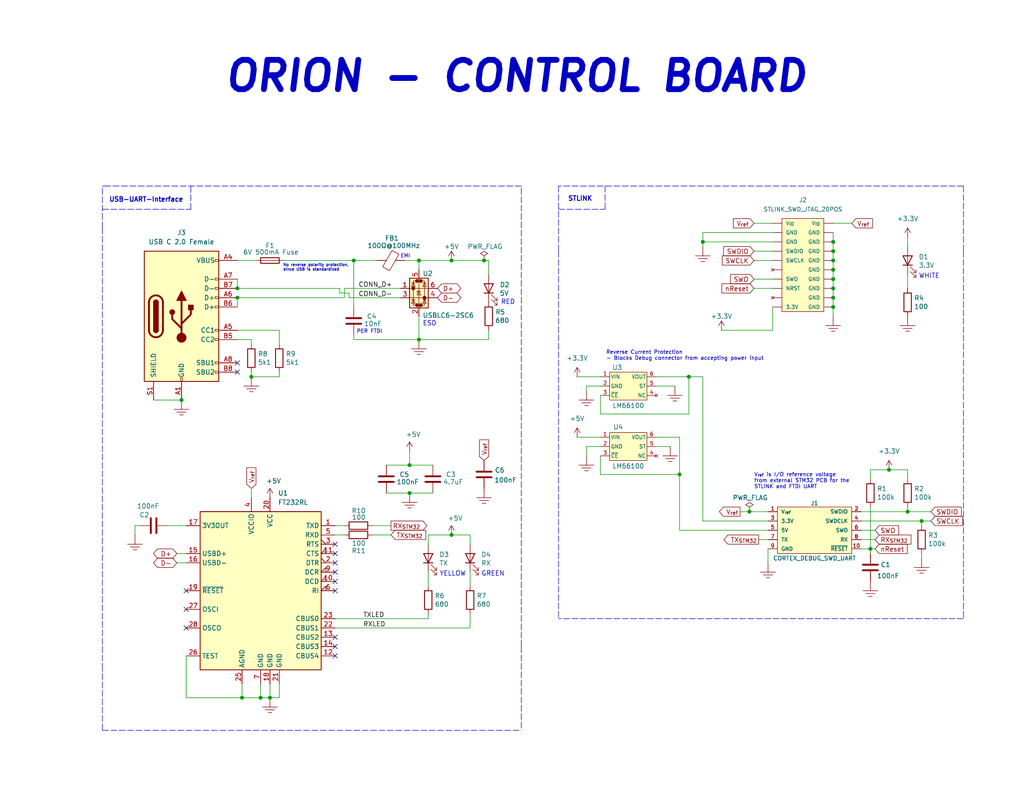
<source format=kicad_sch>
(kicad_sch (version 20250114) (generator "eeschema") (generator_version "9.0")
  (paper "USLetter")
  (title_block (title "ORION - CONTROL BOARD") (date "2025-12-11") (rev "1.0") (comment 4 "By: Ashish Agrahari"))
  (text "Reverse Current Protection\n- Blocks Debug connector from accepting power input" (at 165.354 98.552 0) (effects (font (size 1.016 1.016)) (justify left bottom)))
  (text "USB-UART-Interface" (at 29.718 55.372 0) (effects (font (size 1.27 1.27) (thickness 0.254) (bold yes)) (justify left bottom)))
  (text "No reverse polarity protection, \nsince USB is standardized" (at 77.216 74.168 0) (effects (font (size 0.762 0.762)) (justify left bottom)))
  (text "EMI" (at 109.22 70.612 0) (effects (font (size 1.016 1.016)) (justify left bottom)))
  (text "YELLOW" (at 119.888 157.48 0) (effects (font (size 1.27 1.27)) (justify left bottom)))
  (text "V_{ref} is I/O reference voltage \nfrom external STM32 PCB for the\nSTLINK and FTDI UART" (at 205.74 133.604 0) (effects (font (size 1.016 1.016)) (justify left bottom)))
  (text "WHITE" (at 250.698 76.2 0) (effects (font (size 1.27 1.27)) (justify left bottom)))
  (text "GREEN" (at 131.318 157.48 0) (effects (font (size 1.27 1.27)) (justify left bottom)))
  (text "PER FTDI" (at 97.282 91.186 0) (effects (font (size 1.016 1.016)) (justify left bottom)))
  (text "RED" (at 136.652 83.312 0) (effects (font (size 1.27 1.27)) (justify left bottom)))
  (text "ESD" (at 115.316 89.154 0) (effects (font (size 1.27 1.27)) (justify left bottom)))
  (text "ORION - CONTROL BOARD" (at 60.706 25.654 0) (effects (font (size 8.001 8.001) (thickness 1.6002) (bold yes) (italic yes)) (justify left bottom)))
  (text "Nucleo-F401RE" (at 312.42 133.35 0) (effects (font (size 1.27 1.27)) (justify left bottom)))
  (text "STLINK" (at 154.94 55.118 0) (effects (font (size 1.27 1.27) (thickness 0.254) (bold yes)) (justify left bottom)))
  (text "NUCLEO64, IMU, OLED" (at 290.83 68.58 0) (effects (font (size 1.27 1.27) (thickness 0.254) (bold yes)) (justify left bottom)))
  (junction (at 71.12 190.5))
  (junction (at 123.19 146.05))
  (junction (at 227.33 76.2))
  (junction (at 111.76 127))
  (junction (at 251.46 142.24))
  (junction (at 114.3 92.71))
  (junction (at 114.3 71.12))
  (junction (at 247.65 139.7))
  (junction (at 111.76 134.62))
  (junction (at 227.33 71.12))
  (junction (at 227.33 83.82))
  (junction (at 49.53 109.22))
  (junction (at 227.33 78.74))
  (junction (at 66.04 190.5))
  (junction (at 227.33 81.28))
  (junction (at 64.77 81.28))
  (junction (at 123.19 71.12))
  (junction (at 227.33 66.04))
  (junction (at 96.52 71.12))
  (junction (at 237.49 149.86))
  (junction (at 204.47 139.7))
  (junction (at 242.57 128.27))
  (junction (at 68.58 102.87))
  (junction (at 341.63 167.64))
  (junction (at 132.08 71.12))
  (junction (at 227.33 68.58))
  (junction (at 73.66 190.5))
  (junction (at 185.42 129.54))
  (junction (at 227.33 73.66))
  (junction (at 191.77 66.04))
  (junction (at 187.96 102.87))
  (junction (at 64.77 78.74))
  (no_connect (at 91.44 153.67))
  (no_connect (at 91.44 158.75))
  (no_connect (at 91.44 179.07))
  (no_connect (at 91.44 173.99))
  (no_connect (at 91.44 156.21))
  (no_connect (at 91.44 161.29))
  (no_connect (at 64.77 99.06))
  (no_connect (at 91.44 148.59))
  (no_connect (at 91.44 176.53))
  (no_connect (at 50.8 161.29))
  (no_connect (at 91.44 151.13))
  (no_connect (at 64.77 101.6))
  (no_connect (at 50.8 166.37))
  (no_connect (at 50.8 171.45))
  (wire (pts (xy 73.66 190.5) (xy 76.2 190.5)))
  (wire (pts (xy 191.77 66.04) (xy 191.77 67.31)))
  (wire (pts (xy 132.08 71.12) (xy 133.35 71.12)))
  (wire (pts (xy 114.3 86.36) (xy 114.3 92.71)))
  (wire (pts (xy 179.07 102.87) (xy 187.96 102.87)))
  (polyline (pts (xy 152.4 68.58) (xy 152.4 168.91)) (stroke (width 0) (type dash)))
  (polyline (pts (xy 27.94 199.39) (xy 142.24 199.39)) (stroke (width 0) (type dash)))
  (wire (pts (xy 293.37 87.63) (xy 293.37 93.98)))
  (wire (pts (xy 114.3 71.12) (xy 123.19 71.12)))
  (wire (pts (xy 116.84 148.59) (xy 116.84 146.05)))
  (wire (pts (xy 68.58 133.35) (xy 68.58 135.89)))
  (wire (pts (xy 247.65 139.7) (xy 254 139.7)))
  (wire (pts (xy 92.71 80.01) (xy 95.25 80.01)))
  (wire (pts (xy 205.74 76.2) (xy 210.82 76.2)))
  (wire (pts (xy 191.77 63.5) (xy 191.77 66.04)))
  (wire (pts (xy 227.33 60.96) (xy 232.41 60.96)))
  (wire (pts (xy 237.49 149.86) (xy 237.49 151.13)))
  (wire (pts (xy 93.98 81.28) (xy 93.98 78.74)))
  (wire (pts (xy 91.44 168.91) (xy 116.84 168.91)))
  (wire (pts (xy 234.95 149.86) (xy 237.49 149.86)))
  (polyline (pts (xy 152.4 50.8) (xy 152.4 68.58)) (stroke (width 0) (type dash)))
  (polyline (pts (xy 27.94 176.53) (xy 27.94 181.61)) (stroke (width 0) (type dash)))
  (wire (pts (xy 205.74 68.58) (xy 210.82 68.58)))
  (wire (pts (xy 133.35 74.93) (xy 133.35 71.12)))
  (wire (pts (xy 247.65 74.93) (xy 247.65 78.74)))
  (wire (pts (xy 111.76 134.62) (xy 118.11 134.62)))
  (wire (pts (xy 341.63 154.94) (xy 353.06 154.94)))
  (wire (pts (xy 237.49 149.86) (xy 238.76 149.86)))
  (wire (pts (xy 350.52 160.02) (xy 353.06 160.02)))
  (wire (pts (xy 191.77 102.87) (xy 187.96 102.87)))
  (wire (pts (xy 123.19 71.12) (xy 132.08 71.12)))
  (wire (pts (xy 179.07 105.41) (xy 184.15 105.41)))
  (wire (pts (xy 332.74 106.68) (xy 336.55 106.68)))
  (wire (pts (xy 160.02 124.46) (xy 160.02 121.92)))
  (wire (pts (xy 68.58 102.87) (xy 76.2 102.87)))
  (wire (pts (xy 251.46 142.24) (xy 254 142.24)))
  (wire (pts (xy 128.27 156.21) (xy 128.27 160.02)))
  (wire (pts (xy 93.98 78.74) (xy 109.22 78.74)))
  (wire (pts (xy 96.52 71.12) (xy 102.87 71.12)))
  (wire (pts (xy 105.41 134.62) (xy 111.76 134.62)))
  (wire (pts (xy 227.33 63.5) (xy 227.33 66.04)))
  (wire (pts (xy 298.45 83.82) (xy 298.45 86.36)))
  (wire (pts (xy 227.33 76.2) (xy 227.33 78.74)))
  (wire (pts (xy 332.74 99.06) (xy 336.55 99.06)))
  (wire (pts (xy 160.02 121.92) (xy 163.83 121.92)))
  (wire (pts (xy 207.01 147.32) (xy 209.55 147.32)))
  (wire (pts (xy 96.52 71.12) (xy 96.52 83.82)))
  (wire (pts (xy 114.3 92.71) (xy 96.52 92.71)))
  (wire (pts (xy 332.74 119.38) (xy 336.55 119.38)))
  (wire (pts (xy 205.74 71.12) (xy 210.82 71.12)))
  (polyline (pts (xy 142.24 176.53) (xy 142.24 199.39)) (stroke (width 0) (type dash)))
  (wire (pts (xy 36.83 146.05) (xy 36.83 143.51)))
  (wire (pts (xy 227.33 66.04) (xy 227.33 68.58)))
  (polyline (pts (xy 27.94 181.61) (xy 27.94 199.39)) (stroke (width 0) (type dash)))
  (wire (pts (xy 308.61 118.11) (xy 302.26 118.11)))
  (wire (pts (xy 332.74 101.6) (xy 336.55 101.6)))
  (wire (pts (xy 234.95 139.7) (xy 247.65 139.7)))
  (wire (pts (xy 157.48 102.87) (xy 163.83 102.87)))
  (wire (pts (xy 101.6 146.05) (xy 106.68 146.05)))
  (wire (pts (xy 128.27 171.45) (xy 128.27 167.64)))
  (wire (pts (xy 237.49 128.27) (xy 242.57 128.27)))
  (wire (pts (xy 205.74 60.96) (xy 210.82 60.96)))
  (wire (pts (xy 163.83 124.46) (xy 163.83 129.54)))
  (wire (pts (xy 247.65 128.27) (xy 247.65 130.81)))
  (wire (pts (xy 251.46 142.24) (xy 251.46 143.51)))
  (wire (pts (xy 95.25 81.28) (xy 109.22 81.28)))
  (wire (pts (xy 114.3 92.71) (xy 133.35 92.71)))
  (wire (pts (xy 50.8 190.5) (xy 66.04 190.5)))
  (wire (pts (xy 227.33 78.74) (xy 227.33 81.28)))
  (wire (pts (xy 336.55 111.76) (xy 332.74 111.76)))
  (wire (pts (xy 64.77 92.71) (xy 68.58 92.71)))
  (wire (pts (xy 242.57 128.27) (xy 247.65 128.27)))
  (wire (pts (xy 76.2 190.5) (xy 76.2 186.69)))
  (wire (pts (xy 96.52 92.71) (xy 96.52 91.44)))
  (wire (pts (xy 76.2 90.17) (xy 76.2 93.98)))
  (wire (pts (xy 77.47 71.12) (xy 96.52 71.12)))
  (wire (pts (xy 179.07 121.92) (xy 182.88 121.92)))
  (polyline (pts (xy 142.24 176.53) (xy 142.24 50.8)) (stroke (width 0) (type dash)))
  (wire (pts (xy 204.47 139.7) (xy 209.55 139.7)))
  (wire (pts (xy 353.06 167.64) (xy 341.63 167.64)))
  (wire (pts (xy 133.35 92.71) (xy 133.35 90.17)))
  (wire (pts (xy 209.55 149.86) (xy 209.55 153.67)))
  (wire (pts (xy 185.42 144.78) (xy 185.42 129.54)))
  (polyline (pts (xy 262.89 168.91) (xy 152.4 168.91)) (stroke (width 0) (type dash)))
  (polyline (pts (xy 27.94 62.23) (xy 27.94 50.8)) (stroke (width 0) (type dash)))
  (wire (pts (xy 237.49 138.43) (xy 237.49 149.86)))
  (wire (pts (xy 76.2 102.87) (xy 76.2 101.6)))
  (wire (pts (xy 247.65 138.43) (xy 247.65 139.7)))
  (wire (pts (xy 48.26 151.13) (xy 50.8 151.13)))
  (wire (pts (xy 163.83 129.54) (xy 185.42 129.54)))
  (wire (pts (xy 66.04 190.5) (xy 66.04 186.69)))
  (polyline (pts (xy 165.1 50.8) (xy 165.1 57.15)) (stroke (width 0) (type dash)))
  (wire (pts (xy 234.95 142.24) (xy 251.46 142.24)))
  (polyline (pts (xy 27.94 50.8) (xy 29.21 50.8)) (stroke (width 0) (type dash)))
  (wire (pts (xy 114.3 71.12) (xy 114.3 73.66)))
  (wire (pts (xy 111.76 127) (xy 105.41 127)))
  (wire (pts (xy 92.71 78.74) (xy 92.71 80.01)))
  (wire (pts (xy 128.27 148.59) (xy 128.27 146.05)))
  (polyline (pts (xy 262.89 50.8) (xy 152.4 50.8)) (stroke (width 0) (type dash)))
  (wire (pts (xy 210.82 90.17) (xy 210.82 83.82)))
  (wire (pts (xy 116.84 146.05) (xy 123.19 146.05)))
  (wire (pts (xy 71.12 190.5) (xy 73.66 190.5)))
  (wire (pts (xy 116.84 168.91) (xy 116.84 167.64)))
  (wire (pts (xy 210.82 63.5) (xy 191.77 63.5)))
  (wire (pts (xy 36.83 143.51) (xy 38.1 143.51)))
  (wire (pts (xy 227.33 81.28) (xy 227.33 83.82)))
  (wire (pts (xy 303.53 83.82) (xy 308.61 83.82)))
  (wire (pts (xy 179.07 119.38) (xy 185.42 119.38)))
  (polyline (pts (xy 262.89 50.8) (xy 262.89 68.58)) (stroke (width 0) (type dash)))
  (wire (pts (xy 302.26 118.11) (xy 302.26 124.46)))
  (wire (pts (xy 293.37 93.98) (xy 308.61 93.98)))
  (wire (pts (xy 91.44 143.51) (xy 93.98 143.51)))
  (wire (pts (xy 332.74 104.14) (xy 336.55 104.14)))
  (wire (pts (xy 73.66 186.69) (xy 73.66 190.5)))
  (polyline (pts (xy 142.24 50.8) (xy 29.21 50.8)) (stroke (width 0) (type dash)))
  (wire (pts (xy 234.95 147.32) (xy 238.76 147.32)))
  (wire (pts (xy 350.52 157.48) (xy 353.06 157.48)))
  (wire (pts (xy 64.77 81.28) (xy 64.77 83.82)))
  (wire (pts (xy 163.83 113.03) (xy 187.96 113.03)))
  (wire (pts (xy 95.25 80.01) (xy 95.25 81.28)))
  (wire (pts (xy 64.77 90.17) (xy 76.2 90.17)))
  (wire (pts (xy 160.02 105.41) (xy 163.83 105.41)))
  (wire (pts (xy 332.74 96.52) (xy 336.55 96.52)))
  (wire (pts (xy 64.77 71.12) (xy 69.85 71.12)))
  (polyline (pts (xy 27.94 62.23) (xy 27.94 176.53)) (stroke (width 0) (type dash)))
  (wire (pts (xy 302.26 88.9) (xy 302.26 100.33)))
  (wire (pts (xy 191.77 142.24) (xy 209.55 142.24)))
  (wire (pts (xy 185.42 129.54) (xy 185.42 119.38)))
  (wire (pts (xy 302.26 129.54) (xy 304.8 129.54)))
  (wire (pts (xy 251.46 151.13) (xy 251.46 152.4)))
  (wire (pts (xy 116.84 156.21) (xy 116.84 160.02)))
  (wire (pts (xy 341.63 154.94) (xy 341.63 167.64)))
  (wire (pts (xy 227.33 71.12) (xy 227.33 73.66)))
  (wire (pts (xy 346.71 151.13) (xy 346.71 152.4)))
  (wire (pts (xy 45.72 143.51) (xy 50.8 143.51)))
  (wire (pts (xy 50.8 190.5) (xy 50.8 179.07)))
  (wire (pts (xy 163.83 107.95) (xy 163.83 113.03)))
  (wire (pts (xy 298.45 86.36) (xy 308.61 86.36)))
  (wire (pts (xy 201.93 139.7) (xy 204.47 139.7)))
  (wire (pts (xy 64.77 78.74) (xy 92.71 78.74)))
  (wire (pts (xy 234.95 144.78) (xy 238.76 144.78)))
  (wire (pts (xy 68.58 101.6) (xy 68.58 102.87)))
  (wire (pts (xy 205.74 78.74) (xy 210.82 78.74)))
  (wire (pts (xy 64.77 76.2) (xy 64.77 78.74)))
  (wire (pts (xy 346.71 152.4) (xy 353.06 152.4)))
  (wire (pts (xy 303.53 81.28) (xy 303.53 83.82)))
  (wire (pts (xy 111.76 123.19) (xy 111.76 127)))
  (polyline (pts (xy 52.07 57.15) (xy 52.07 50.8)) (stroke (width 0) (type dash)))
  (wire (pts (xy 227.33 83.82) (xy 227.33 86.36)))
  (wire (pts (xy 304.8 129.54) (xy 304.8 130.81)))
  (wire (pts (xy 332.74 93.98) (xy 336.55 93.98)))
  (wire (pts (xy 196.85 90.17) (xy 210.82 90.17)))
  (wire (pts (xy 160.02 106.68) (xy 160.02 105.41)))
  (wire (pts (xy 247.65 64.77) (xy 247.65 67.31)))
  (wire (pts (xy 332.74 116.84) (xy 336.55 116.84)))
  (polyline (pts (xy 27.94 57.15) (xy 52.07 57.15)) (stroke (width 0) (type dash)))
  (wire (pts (xy 237.49 128.27) (xy 237.49 130.81)))
  (wire (pts (xy 185.42 144.78) (xy 209.55 144.78)))
  (wire (pts (xy 110.49 71.12) (xy 114.3 71.12)))
  (polyline (pts (xy 152.4 57.15) (xy 165.1 57.15)) (stroke (width 0) (type dash)))
  (wire (pts (xy 48.26 153.67) (xy 50.8 153.67)))
  (wire (pts (xy 91.44 171.45) (xy 128.27 171.45)))
  (wire (pts (xy 68.58 92.71) (xy 68.58 93.98)))
  (wire (pts (xy 66.04 190.5) (xy 71.12 190.5)))
  (wire (pts (xy 123.19 146.05) (xy 128.27 146.05)))
  (wire (pts (xy 227.33 73.66) (xy 227.33 76.2)))
  (wire (pts (xy 191.77 142.24) (xy 191.77 102.87)))
  (wire (pts (xy 227.33 68.58) (xy 227.33 71.12)))
  (wire (pts (xy 111.76 127) (xy 118.11 127)))
  (wire (pts (xy 41.91 109.22) (xy 49.53 109.22)))
  (wire (pts (xy 101.6 143.51) (xy 106.68 143.51)))
  (wire (pts (xy 64.77 81.28) (xy 93.98 81.28)))
  (wire (pts (xy 187.96 113.03) (xy 187.96 102.87)))
  (wire (pts (xy 157.48 119.38) (xy 163.83 119.38)))
  (wire (pts (xy 91.44 146.05) (xy 93.98 146.05)))
  (polyline (pts (xy 262.89 68.58) (xy 262.89 168.91)) (stroke (width 0) (type dash)))
  (wire (pts (xy 336.55 114.3) (xy 332.74 114.3)))
  (wire (pts (xy 71.12 190.5) (xy 71.12 186.69)))
  (wire (pts (xy 302.26 88.9) (xy 308.61 88.9)))
  (wire (pts (xy 210.82 66.04) (xy 191.77 66.04)))
  (label "CONN_D+" (at 97.79 78.74 0))
  (label "RXLED" (at 99.06 171.45 0))
  (label "CONN_D-" (at 97.79 81.28 0))
  (label "TXLED" (at 99.06 168.91 0))
  (global_label "IN4" (shape output) (at 336.55 104.14 0) (property "Intersheetrefs" "${INTERSHEET_REFS}" (effects (hide yes))))
  (global_label "SWCLK" (shape input) (at 254 142.24 0) (property "Intersheetrefs" "${INTERSHEET_REFS}" (effects (hide yes))))
  (global_label "RX_{STM32}" (shape output) (at 106.68 143.51 0) (property "Intersheetrefs" "${INTERSHEET_REFS}" (effects (hide yes))))
  (global_label "D+" (shape bidirectional) (at 119.38 78.74 0) (property "Intersheetrefs" "${INTERSHEET_REFS}" (effects (hide yes))))
  (global_label "V_{ref}" (shape input) (at 68.58 133.35 90) (property "Intersheetrefs" "${INTERSHEET_REFS}" (effects (hide yes))))
  (global_label "SWDIO" (shape input) (at 254 139.7 0) (property "Intersheetrefs" "${INTERSHEET_REFS}" (effects (hide yes))))
  (global_label "V_{ref}" (shape input) (at 232.41 60.96 0) (property "Intersheetrefs" "${INTERSHEET_REFS}" (effects (hide yes))))
  (global_label "V_{ref}" (shape output) (at 201.93 139.7 180) (property "Intersheetrefs" "${INTERSHEET_REFS}" (effects (hide yes))))
  (global_label "IN3" (shape output) (at 336.55 101.6 0) (property "Intersheetrefs" "${INTERSHEET_REFS}" (effects (hide yes))))
  (global_label "TX_{STM32}" (shape input) (at 106.68 146.05 0) (property "Intersheetrefs" "${INTERSHEET_REFS}" (effects (hide yes))))
  (global_label "V_{ref}" (shape input) (at 205.74 60.96 180) (property "Intersheetrefs" "${INTERSHEET_REFS}" (effects (hide yes))))
  (global_label "SWDIO" (shape input) (at 205.74 68.58 180) (property "Intersheetrefs" "${INTERSHEET_REFS}" (effects (hide yes))))
  (global_label "SCL" (shape input) (at 332.74 76.2 0) (property "Intersheetrefs" "${INTERSHEET_REFS}" (effects (hide yes))))
  (global_label "ENC1_A" (shape input) (at 336.55 111.76 0) (property "Intersheetrefs" "${INTERSHEET_REFS}" (effects (hide yes))))
  (global_label "V_{ref}" (shape input) (at 132.08 125.73 90) (property "Intersheetrefs" "${INTERSHEET_REFS}" (effects (hide yes))))
  (global_label "D-" (shape bidirectional) (at 119.38 81.28 0) (property "Intersheetrefs" "${INTERSHEET_REFS}" (effects (hide yes))))
  (global_label "SWO" (shape input) (at 238.76 144.78 0) (property "Intersheetrefs" "${INTERSHEET_REFS}" (effects (hide yes))))
  (global_label "nReset" (shape input) (at 205.74 78.74 180) (property "Intersheetrefs" "${INTERSHEET_REFS}" (effects (hide yes))))
  (global_label "ENB" (shape output) (at 336.55 106.68 0) (property "Intersheetrefs" "${INTERSHEET_REFS}" (effects (hide yes))))
  (global_label "ENC1_B" (shape input) (at 336.55 114.3 0) (property "Intersheetrefs" "${INTERSHEET_REFS}" (effects (hide yes))))
  (global_label "D+" (shape bidirectional) (at 48.26 151.13 180) (property "Intersheetrefs" "${INTERSHEET_REFS}" (effects (hide yes))))
  (global_label "SDA" (shape input) (at 332.74 78.74 0) (property "Intersheetrefs" "${INTERSHEET_REFS}" (effects (hide yes))))
  (global_label "SWO" (shape input) (at 205.74 76.2 180) (property "Intersheetrefs" "${INTERSHEET_REFS}" (effects (hide yes))))
  (global_label "nReset" (shape input) (at 238.76 149.86 0) (property "Intersheetrefs" "${INTERSHEET_REFS}" (effects (hide yes))))
  (global_label "RX_{STM32}" (shape input) (at 238.76 147.32 0) (property "Intersheetrefs" "${INTERSHEET_REFS}" (effects (hide yes))))
  (global_label "IN1" (shape output) (at 336.55 96.52 0) (property "Intersheetrefs" "${INTERSHEET_REFS}" (effects (hide yes))))
  (global_label "IN2" (shape output) (at 336.55 99.06 0) (property "Intersheetrefs" "${INTERSHEET_REFS}" (effects (hide yes))))
  (global_label "D-" (shape bidirectional) (at 48.26 153.67 180) (property "Intersheetrefs" "${INTERSHEET_REFS}" (effects (hide yes))))
  (global_label "SDA" (shape input) (at 350.52 160.02 180) (property "Intersheetrefs" "${INTERSHEET_REFS}" (effects (hide yes))))
  (global_label "ENC2_B" (shape input) (at 336.55 119.38 0) (property "Intersheetrefs" "${INTERSHEET_REFS}" (effects (hide yes))))
  (global_label "SWCLK" (shape input) (at 205.74 71.12 180) (property "Intersheetrefs" "${INTERSHEET_REFS}" (effects (hide yes))))
  (global_label "ENA" (shape output) (at 336.55 93.98 0) (property "Intersheetrefs" "${INTERSHEET_REFS}" (effects (hide yes))))
  (global_label "ENC2_A" (shape input) (at 336.55 116.84 0) (property "Intersheetrefs" "${INTERSHEET_REFS}" (effects (hide yes))))
  (global_label "TX_{STM32}" (shape output) (at 207.01 147.32 180) (property "Intersheetrefs" "${INTERSHEET_REFS}" (effects (hide yes))))
  (global_label "SCL" (shape input) (at 350.52 157.48 180) (property "Intersheetrefs" "${INTERSHEET_REFS}" (effects (hide yes))))
  (symbol (lib_name "NUCLEO64_ARDUINO_UNO_HEADERS_1") (lib_id "AA_Custom_Components:NUCLEO64_ARDUINO_UNO_HEADERS") (at 320.04 95.25 0) (unit 1)
    (property "Reference" "U" (at 320.04 69.85 0) (effects (font (size 1.143 1.143))))
    (property "Value" "NUCLEO64_ARDUINO_UNO_HEADERS" (at 321.31 72.39 0) (effects (font (size 1.143 1.143))))
  )
  (symbol (lib_id "SparkFun-PowerSymbols:GND2") (at 304.8 130.81 0) (unit 1)
    (property "Reference" "#GND?" (effects (hide yes)))
    (property "Value" "3.3V" (at 304.8 136.652 0) (effects (font (size 1.143 1.143))))
  )
  (symbol (lib_id "Device:Buzzer") (at 299.72 127 0) (mirror y) (unit 1)
    (property "Reference" "BZ" (at 295.8592 126.2634 0) (effects (justify left)))
    (property "Value" "Buzzer" (at 295.8592 128.5748 0) (effects (justify left)))
  )
  (symbol (lib_id "power:+9V") (at 293.37 87.63 0) (unit 1)
    (property "Reference" "#PWR?" (effects (hide yes)))
    (property "Value" "+9V" (at 293.751 83.2358 0))
  )
  (symbol (lib_id "power:+3.3V") (at 303.53 81.28 0) (unit 1)
    (property "Reference" "#PWR?" (effects (hide yes)))
    (property "Value" "+3.3V" (at 303.911 76.8858 0))
  )
  (symbol (lib_id "AA_Custom_Components:MPU6050_IMU") (at 356.87 160.02 0) (mirror y) (unit 1)
    (property "Reference" "J" (at 356.6668 147.2184 0) (effects (font (size 1.143 1.143))))
    (property "Value" "MPU6050_IMU" (at 356.6668 149.352 0) (effects (font (size 1.143 1.143))))
  )
  (symbol (lib_id "power:+5V") (at 298.45 83.82 0) (unit 1)
    (property "Reference" "#PWR?" (effects (hide yes)))
    (property "Value" "+5V" (at 298.831 79.4258 0))
  )
  (symbol (lib_id "SparkFun-PowerSymbols:GND2") (at 302.26 100.33 0) (unit 1)
    (property "Reference" "#GND?" (effects (hide yes)))
    (property "Value" "3.3V" (at 302.26 106.172 0) (effects (font (size 1.143 1.143))))
  )
  (symbol (lib_id "power:PWR_FLAG") (at 132.08 71.12 0) (unit 1)
    (property "Reference" "#FLG02" (effects (hide yes)))
    (property "Value" "PWR_FLAG" (at 132.334 67.31 0))
    (property "Description" "Special symbol for telling ERC where power comes from" (effects (hide yes)))
  )
  (symbol (lib_id "Device:R") (at 247.65 134.62 0) (unit 1)
    (property "Reference" "R2" (at 249.428 133.4516 0) (effects (justify left)))
    (property "Value" "100k" (at 249.428 135.763 0) (effects (justify left)))
    (property "Footprint" "Resistor_SMD:R_0402_1005Metric" (effects (hide yes)))
    (property "Description" "Resistor" (effects (hide yes)))
    (property "JLCPCB Part #" "C25741" (effects (hide yes)))
  )
  (symbol (lib_id "AA_Custom_Components:GND") (at 132.08 133.35 0) (unit 1)
    (property "Reference" "#GND015" (effects (hide yes)))
    (property "Value" "GND" (effects (hide yes)))
    (property "Footprint" "XXX-00000" (effects (hide yes)))
    (property "Description" "Ground Supply (Earth Ground style) Ground supply with a traditional \"earth ground\" symbol." (effects (hide yes)))
  )
  (symbol (lib_id "power:PWR_FLAG") (at 204.47 139.7 0) (unit 1)
    (property "Reference" "#FLG01" (effects (hide yes)))
    (property "Value" "PWR_FLAG" (at 204.724 135.89 0))
    (property "Description" "Special symbol for telling ERC where power comes from" (effects (hide yes)))
  )
  (symbol (lib_id "Device:R") (at 251.46 147.32 0) (unit 1)
    (property "Reference" "R3" (at 253.238 146.1516 0) (effects (justify left)))
    (property "Value" "100k" (at 253.238 148.463 0) (effects (justify left)))
    (property "Footprint" "Resistor_SMD:R_0402_1005Metric" (effects (hide yes)))
    (property "Description" "Resistor" (effects (hide yes)))
    (property "JLCPCB Part #" "C25741" (effects (hide yes)))
  )
  (symbol (lib_id "AA_Custom_Components:GND") (at 247.65 86.36 0) (unit 1)
    (property "Reference" "#GND06" (effects (hide yes)))
    (property "Value" "GND" (effects (hide yes)))
    (property "Footprint" "XXX-00000" (effects (hide yes)))
    (property "Description" "Ground Supply (Earth Ground style) Ground supply with a traditional \"earth ground\" symbol." (effects (hide yes)))
  )
  (symbol (lib_id "AA_Custom_Components:CORTEX_DEBUG_SMD_UART") (at 222.25 144.78 0) (unit 1)
    (property "Reference" "J1" (at 222.25 137.414 0) (effects (font (size 1.143 1.143))))
    (property "Value" "CORTEX_DEBUG_SWD_UART" (at 222.25 152.4 0) (effects (font (size 1.143 1.143))))
    (property "Footprint" "AA_Custom_Components:SAMTEC_FTSH-105-XX-X-DV" (effects (hide yes)))
    (property "Datasheet" "https://mm.digikey.com/Volume0/opasdata/d220001/medias/docus/6209/ftsh-1xx-xx-xxx-dv-xxx-xxx-x-xx-mkt.pdf" (effects (hide yes)))
    (property "Description" "Cortex Debug Connector - 10 pin SWD, SWV, UART" (effects (hide yes)))
    (property "JLCPCB Part #" "C448647" (effects (hide yes)))
    (property "Manufacturer Part #" "FTSH-105-01-L-DV-K-TR" (effects (hide yes)))
  )
  (symbol (lib_id "AA_Custom_Components:GND") (at 209.55 153.67 0) (unit 1)
    (property "Reference" "#GND02" (effects (hide yes)))
    (property "Value" "GND" (effects (hide yes)))
    (property "Footprint" "XXX-00000" (effects (hide yes)))
    (property "Description" "Ground Supply (Earth Ground style) Ground supply with a traditional \"earth ground\" symbol." (effects (hide yes)))
  )
  (symbol (lib_id "Device:R") (at 247.65 82.55 0) (unit 1)
    (property "Reference" "R4" (at 249.428 81.3816 0) (effects (justify left)))
    (property "Value" "100" (at 249.428 83.693 0) (effects (justify left)))
    (property "Footprint" "Resistor_SMD:R_0402_1005Metric" (effects (hide yes)))
    (property "Description" "Resistor" (effects (hide yes)))
    (property "JLCPCB Part #" "C25076" (effects (hide yes)))
  )
  (symbol (lib_id "AA_Custom_Components:LM2596_ADJ_BUCK") (at 316.23 165.1 0) (unit 1)
    (property "Reference" "U5" (at 313.055 155.7782 0))
    (property "Value" "LM2596_ADJ_BUCK" (at 313.055 158.0896 0))
    (property "Datasheet" "http://www.ti.com/lit/ds/symlink/lm2596.pdf" (effects (hide yes)))
  )
  (symbol (lib_id "Device:C") (at 105.41 130.81 0) (unit 1)
    (property "Reference" "C5" (at 108.966 129.54 0) (effects (justify left)))
    (property "Value" "100nF" (at 108.204 131.572 0) (effects (justify left)))
    (property "Footprint" "Capacitor_SMD:C_0402_1005Metric" (effects (hide yes)))
    (property "Description" "Unpolarized capacitor" (effects (hide yes)))
    (property "JLCPCB Part #" "C1525" (effects (hide yes)))
  )
  (symbol (lib_id "AA_Custom_Components:GND") (at 68.58 102.87 0) (unit 1)
    (property "Reference" "#GND012" (effects (hide yes)))
    (property "Value" "GND" (effects (hide yes)))
    (property "Footprint" "XXX-00000" (effects (hide yes)))
    (property "Description" "Ground Supply (Earth Ground style) Ground supply with a traditional \"earth ground\" symbol." (effects (hide yes)))
  )
  (symbol (lib_id "AA_Custom_Components:GND") (at 36.83 146.05 0) (unit 1)
    (property "Reference" "#GND07" (effects (hide yes)))
    (property "Value" "GND" (effects (hide yes)))
    (property "Footprint" "XXX-00000" (effects (hide yes)))
    (property "Description" "Ground Supply (Earth Ground style) Ground supply with a traditional \"earth ground\" symbol." (effects (hide yes)))
  )
  (symbol (lib_id "AA_Custom_Components:GND") (at 184.15 105.41 0) (unit 1)
    (property "Reference" "#GND014" (effects (hide yes)))
    (property "Value" "GND" (effects (hide yes)))
    (property "Footprint" "XXX-00000" (effects (hide yes)))
    (property "Description" "Ground Supply (Earth Ground style) Ground supply with a traditional \"earth ground\" symbol." (effects (hide yes)))
  )
  (symbol (lib_id "Device:C") (at 237.49 154.94 0) (unit 1)
    (property "Reference" "C1" (at 240.284 154.178 0) (effects (justify left)))
    (property "Value" "100nF" (at 239.268 157.226 0) (effects (justify left)))
    (property "Footprint" "Capacitor_SMD:C_0402_1005Metric" (effects (hide yes)))
    (property "Description" "Unpolarized capacitor" (effects (hide yes)))
    (property "JLCPCB Part #" "C1525" (effects (hide yes)))
  )
  (symbol (lib_id "power:+3.3V") (at 346.71 151.13 0) (unit 1)
    (property "Reference" "#PWR010" (effects (hide yes)))
    (property "Value" "+3.3V" (at 347.091 146.7358 0))
  )
  (symbol (lib_id "AA_Custom_Components:GND") (at 182.88 121.92 0) (unit 1)
    (property "Reference" "#GND017" (effects (hide yes)))
    (property "Value" "GND" (effects (hide yes)))
    (property "Footprint" "XXX-00000" (effects (hide yes)))
    (property "Description" "Ground Supply (Earth Ground style) Ground supply with a traditional \"earth ground\" symbol." (effects (hide yes)))
  )
  (symbol (lib_id "AA_Custom_Components:LM66100") (at 171.45 118.11 0) (unit 1)
    (property "Reference" "U4" (at 168.656 116.586 0))
    (property "Value" "LM66100" (at 171.45 127.254 0))
    (property "Footprint" "Package_TO_SOT_SMD:SOT-363_SC-70-6" (effects (hide yes)))
    (property "Datasheet" "https://www.ti.com/lit/ds/symlink/lm66100.pdf" (effects (hide yes)))
    (property "Description" "Ideal Diode, Reverse Polarity Protection, Reverse Current Blocking" (effects (hide yes)))
    (property "Manufacturer Part #" "LM66100DCKR" (effects (hide yes)))
    (property "JLCPCB Part #" "C2869734" (effects (hide yes)))
  )
  (symbol (lib_id "Interface_USB:FT232RL") (at 71.12 161.29 0) (unit 1)
    (property "Reference" "U1" (at 75.8541 134.62 0) (effects (justify left)))
    (property "Value" "FT232RL" (at 75.8541 137.16 0) (effects (justify left)))
    (property "Footprint" "Package_SO:SSOP-28_5.3x10.2mm_P0.65mm" (effects (hide yes)))
    (property "Datasheet" "https://www.ftdichip.com/Support/Documents/DataSheets/ICs/DS_FT232R.pdf" (effects (hide yes)))
    (property "Description" "USB to Serial Interface, SSOP-28" (effects (hide yes)))
    (property "JLCPCB Part #" "C8690" (effects (hide yes)))
    (property "Manufacturer Part #" "FT232RL" (effects (hide yes)))
  )
  (symbol (lib_id "Device:R") (at 133.35 86.36 0) (unit 1)
    (property "Reference" "R5" (at 135.128 85.1916 0) (effects (justify left)))
    (property "Value" "680" (at 135.128 87.503 0) (effects (justify left)))
    (property "Footprint" "Resistor_SMD:R_0603_1608Metric" (effects (hide yes)))
    (property "Description" "Resistor" (effects (hide yes)))
    (property "JLCPCB Part #" "C23228" (effects (hide yes)))
  )
  (symbol (lib_id "Device:LED") (at 116.84 152.4 90) (unit 1)
    (property "Reference" "D3" (at 119.8372 151.4094 90) (effects (justify right)))
    (property "Value" "TX" (at 119.8372 153.7208 90) (effects (justify right)))
    (property "Footprint" "LED_SMD:LED_0805_2012Metric" (effects (hide yes)))
    (property "Description" "Light emitting diode" (effects (hide yes)))
    (property "JLCPCB Part #" "C2296" (effects (hide yes)))
    (property "Manufacturer Part #" "KT-0805Y" (effects (hide yes)))
  )
  (symbol (lib_id "AA_Custom_Components:GND") (at 227.33 86.36 0) (unit 1)
    (property "Reference" "#GND03" (effects (hide yes)))
    (property "Value" "GND" (effects (hide yes)))
    (property "Footprint" "XXX-00000" (effects (hide yes)))
    (property "Description" "Ground Supply (Earth Ground style) Ground supply with a traditional \"earth ground\" symbol." (effects (hide yes)))
  )
  (symbol (lib_id "power:+3.3VP") (at 196.85 90.17 0) (unit 1)
    (property "Reference" "#PWR03" (effects (hide yes)))
    (property "Value" "+3.3V" (at 196.85 86.36 0))
    (property "Description" "Power symbol creates a global label with name \"+3.3VP\"" (effects (hide yes)))
  )
  (symbol (lib_id "SparkFun-PowerSymbols:GND2") (at 341.63 167.64 0) (unit 1)
    (property "Reference" "#GND018" (effects (hide yes)))
    (property "Value" "3.3V" (at 341.63 173.482 0) (effects (font (size 1.143 1.143))))
  )
  (symbol (lib_id "power:+5VD") (at 123.19 71.12 0) (unit 1)
    (property "Reference" "#PWR08" (effects (hide yes)))
    (property "Value" "+5V" (at 123.19 67.31 0))
    (property "Description" "Power symbol creates a global label with name \"+5VD\"" (effects (hide yes)))
  )
  (symbol (lib_id "Device:C") (at 41.91 143.51 90) (unit 1)
    (property "Reference" "C2" (at 40.7416 140.589 90) (effects (justify left)))
    (property "Value" "100nF" (at 43.434 138.176 90) (effects (justify left)))
    (property "Footprint" "Capacitor_SMD:C_0402_1005Metric" (effects (hide yes)))
    (property "Description" "Unpolarized capacitor" (effects (hide yes)))
    (property "JLCPCB Part #" "C1525" (effects (hide yes)))
  )
  (symbol (lib_id "Device:R") (at 97.79 146.05 90) (unit 1)
    (property "Reference" "R11" (at 99.822 150.368 90) (effects (justify left)))
    (property "Value" "100" (at 99.822 148.336 90) (effects (justify left)))
    (property "Footprint" "Resistor_SMD:R_0402_1005Metric" (effects (hide yes)))
    (property "Description" "Resistor" (effects (hide yes)))
    (property "JLCPCB Part #" "C25076" (effects (hide yes)))
  )
  (symbol (lib_id "AA_Custom_Components:GND") (at 111.76 134.62 0) (unit 1)
    (property "Reference" "#GND08" (effects (hide yes)))
    (property "Value" "GND" (effects (hide yes)))
    (property "Footprint" "XXX-00000" (effects (hide yes)))
    (property "Description" "Ground Supply (Earth Ground style) Ground supply with a traditional \"earth ground\" symbol." (effects (hide yes)))
  )
  (symbol (lib_id "Device:LED") (at 128.27 152.4 90) (unit 1)
    (property "Reference" "D4" (at 131.2672 151.4094 90) (effects (justify right)))
    (property "Value" "RX" (at 131.2672 153.7208 90) (effects (justify right)))
    (property "Footprint" "LED_SMD:LED_0805_2012Metric" (effects (hide yes)))
    (property "Description" "Light emitting diode" (effects (hide yes)))
    (property "JLCPCB Part #" "C2297" (effects (hide yes)))
    (property "Manufacturer Part #" "KT-0805G" (effects (hide yes)))
  )
  (symbol (lib_id "AA_Custom_Components:LM66100") (at 171.45 101.6 0) (unit 1)
    (property "Reference" "U3" (at 168.402 100.33 0))
    (property "Value" "LM66100" (at 171.45 110.744 0))
    (property "Footprint" "Package_TO_SOT_SMD:SOT-363_SC-70-6" (effects (hide yes)))
    (property "Datasheet" "https://www.ti.com/lit/ds/symlink/lm66100.pdf" (effects (hide yes)))
    (property "Description" "Ideal Diode, Reverse Polarity Protection, Reverse Current Blocking" (effects (hide yes)))
    (property "Manufacturer Part #" "LM66100DCKR" (effects (hide yes)))
    (property "JLCPCB Part #" "C2869734" (effects (hide yes)))
  )
  (symbol (lib_id "power:+5VD") (at 73.66 135.89 0) (unit 1)
    (property "Reference" "#PWR06" (effects (hide yes)))
    (property "Value" "+5V" (at 74.676 131.318 0))
    (property "Description" "Power symbol creates a global label with name \"+5VD\"" (effects (hide yes)))
  )
  (symbol (lib_id "AA_Custom_Components:GND") (at 191.77 67.31 0) (unit 1)
    (property "Reference" "#GND01" (effects (hide yes)))
    (property "Value" "GND" (effects (hide yes)))
    (property "Footprint" "XXX-00000" (effects (hide yes)))
    (property "Description" "Ground Supply (Earth Ground style) Ground supply with a traditional \"earth ground\" symbol." (effects (hide yes)))
  )
  (symbol (lib_id "AA_Custom_Components:GND") (at 251.46 152.4 0) (unit 1)
    (property "Reference" "#GND05" (effects (hide yes)))
    (property "Value" "GND" (effects (hide yes)))
    (property "Footprint" "XXX-00000" (effects (hide yes)))
    (property "Description" "Ground Supply (Earth Ground style) Ground supply with a traditional \"earth ground\" symbol." (effects (hide yes)))
  )
  (symbol (lib_id "Device:Fuse") (at 73.66 71.12 90) (unit 1)
    (property "Reference" "F1" (at 73.66 67.056 90))
    (property "Value" "6V 500mA Fuse" (at 73.914 68.834 90))
    (property "Footprint" "Fuse:Fuse_0603_1608Metric" (effects (hide yes)))
    (property "Description" "Fuse" (effects (hide yes)))
    (property "JLCPCB Part #" "C883095" (effects (hide yes)))
    (property "Manufacturer Part #" "BSMD0603-050-6V" (effects (hide yes)))
  )
  (symbol (lib_id "Device:C") (at 118.11 130.81 0) (unit 1)
    (property "Reference" "C3" (at 121.666 129.54 0) (effects (justify left)))
    (property "Value" "4.7uF" (at 120.904 131.572 0) (effects (justify left)))
    (property "Footprint" "Capacitor_SMD:C_0805_2012Metric" (effects (hide yes)))
    (property "Description" "Unpolarized capacitor" (effects (hide yes)))
    (property "JLCPCB Part #" "C1779" (effects (hide yes)))
  )
  (symbol (lib_id "power:+5VD") (at 123.19 146.05 0) (unit 1)
    (property "Reference" "#PWR09" (effects (hide yes)))
    (property "Value" "+5V" (at 124.206 141.478 0))
    (property "Description" "Power symbol creates a global label with name \"+5VD\"" (effects (hide yes)))
  )
  (symbol (lib_id "Device:LED") (at 247.65 71.12 90) (unit 1)
    (property "Reference" "D1" (at 250.6472 70.1294 90) (effects (justify right)))
    (property "Value" "3.3V" (at 250.6472 72.4408 90) (effects (justify right)))
    (property "Footprint" "LED_SMD:LED_0603_1608Metric" (effects (hide yes)))
    (property "Description" "Light emitting diode" (effects (hide yes)))
    (property "JLCPCB Part #" "C2290" (effects (hide yes)))
    (property "Manufacturer Part #" "KT-0603W" (effects (hide yes)))
  )
  (symbol (lib_id "Device:LED") (at 133.35 78.74 90) (unit 1)
    (property "Reference" "D2" (at 136.3472 77.7494 90) (effects (justify right)))
    (property "Value" "5V" (at 136.3472 80.0608 90) (effects (justify right)))
    (property "Footprint" "LED_SMD:LED_0603_1608Metric" (effects (hide yes)))
    (property "Description" "Light emitting diode" (effects (hide yes)))
    (property "JLCPCB Part #" "C2286" (effects (hide yes)))
    (property "Manufacturer Part #" "KT-0603R" (effects (hide yes)))
  )
  (symbol (lib_id "Device:R") (at 97.79 143.51 90) (unit 1)
    (property "Reference" "R10" (at 99.822 139.446 90) (effects (justify left)))
    (property "Value" "100" (at 99.822 141.224 90) (effects (justify left)))
    (property "Footprint" "Resistor_SMD:R_0402_1005Metric" (effects (hide yes)))
    (property "Description" "Resistor" (effects (hide yes)))
    (property "JLCPCB Part #" "C25076" (effects (hide yes)))
  )
  (symbol (lib_id "Device:R") (at 237.49 134.62 0) (unit 1)
    (property "Reference" "R1" (at 239.268 133.4516 0) (effects (justify left)))
    (property "Value" "100k" (at 239.268 135.763 0) (effects (justify left)))
    (property "Footprint" "Resistor_SMD:R_0402_1005Metric" (effects (hide yes)))
    (property "Description" "Resistor" (effects (hide yes)))
    (property "JLCPCB Part #" "C25741" (effects (hide yes)))
  )
  (symbol (lib_id "Power_Protection:USBLC6-2SC6") (at 114.3 78.74 0) (unit 1)
    (property "Reference" "U2" (at 115.316 74.676 0) (effects (justify left)))
    (property "Value" "USBLC6-2SC6" (at 115.316 86.106 0) (effects (justify left)))
    (property "Footprint" "Package_TO_SOT_SMD:SOT-23-6" (effects (hide yes)))
    (property "Datasheet" "https://www.st.com/resource/en/datasheet/usblc6-2.pdf" (effects (hide yes)))
    (property "Description" "Very low capacitance ESD protection diode, 2 data-line, SOT-23-6" (effects (hide yes)))
    (property "JLCPCB Part #" "C7519" (effects (hide yes)))
    (property "Manufacturer Part #" "USBLC6-2SC6" (effects (hide yes)))
  )
  (symbol (lib_id "AA_Custom_Components:GND") (at 73.66 190.5 0) (unit 1)
    (property "Reference" "#GND09" (effects (hide yes)))
    (property "Value" "GND" (effects (hide yes)))
    (property "Footprint" "XXX-00000" (effects (hide yes)))
    (property "Description" "Ground Supply (Earth Ground style) Ground supply with a traditional \"earth ground\" symbol." (effects (hide yes)))
  )
  (symbol (lib_id "AA_Custom_Components:GND") (at 49.53 109.22 0) (unit 1)
    (property "Reference" "#GND011" (effects (hide yes)))
    (property "Value" "GND" (effects (hide yes)))
    (property "Footprint" "XXX-00000" (effects (hide yes)))
    (property "Description" "Ground Supply (Earth Ground style) Ground supply with a traditional \"earth ground\" symbol." (effects (hide yes)))
  )
  (symbol (lib_id "AA_Custom_Components:GND") (at 114.3 92.71 0) (unit 1)
    (property "Reference" "#GND016" (effects (hide yes)))
    (property "Value" "GND" (effects (hide yes)))
    (property "Footprint" "XXX-00000" (effects (hide yes)))
    (property "Description" "Ground Supply (Earth Ground style) Ground supply with a traditional \"earth ground\" symbol." (effects (hide yes)))
  )
  (symbol (lib_id "Device:C") (at 132.08 129.54 0) (unit 1)
    (property "Reference" "C6" (at 135.001 128.3716 0) (effects (justify left)))
    (property "Value" "100nF" (at 134.874 131.064 0) (effects (justify left)))
    (property "Footprint" "Capacitor_SMD:C_0402_1005Metric" (effects (hide yes)))
    (property "Description" "Unpolarized capacitor" (effects (hide yes)))
    (property "JLCPCB Part #" "C1525" (effects (hide yes)))
  )
  (symbol (lib_id "AA_Custom_Components:GND") (at 160.02 106.68 0) (unit 1)
    (property "Reference" "#GND010" (effects (hide yes)))
    (property "Value" "GND" (effects (hide yes)))
    (property "Footprint" "XXX-00000" (effects (hide yes)))
    (property "Description" "Ground Supply (Earth Ground style) Ground supply with a traditional \"earth ground\" symbol." (effects (hide yes)))
  )
  (symbol (lib_id "Device:C") (at 96.52 87.63 0) (unit 1)
    (property "Reference" "C4" (at 100.076 86.36 0) (effects (justify left)))
    (property "Value" "10nF" (at 99.314 88.392 0) (effects (justify left)))
    (property "Footprint" "Capacitor_SMD:C_0402_1005Metric" (effects (hide yes)))
    (property "Description" "Unpolarized capacitor" (effects (hide yes)))
    (property "JLCPCB Part #" "C15195" (effects (hide yes)))
  )
  (symbol (lib_id "power:+3.3VP") (at 157.48 102.87 0) (unit 1)
    (property "Reference" "#PWR02" (effects (hide yes)))
    (property "Value" "+3.3V" (at 157.48 97.79 0))
    (property "Description" "Power symbol creates a global label with name \"+3.3VP\"" (effects (hide yes)))
  )
  (symbol (lib_id "power:+5VD") (at 111.76 123.19 0) (unit 1)
    (property "Reference" "#PWR07" (effects (hide yes)))
    (property "Value" "+5V" (at 112.776 118.618 0))
    (property "Description" "Power symbol creates a global label with name \"+5VD\"" (effects (hide yes)))
  )
  (symbol (lib_id "power:+3.3VP") (at 242.57 128.27 0) (unit 1)
    (property "Reference" "#PWR04" (effects (hide yes)))
    (property "Value" "+3.3V" (at 242.57 123.19 0))
    (property "Description" "Power symbol creates a global label with name \"+3.3VP\"" (effects (hide yes)))
  )
  (symbol (lib_id "AA_Custom_Components:STLINK_SWD_JTAG_20Pos") (at 218.44 72.39 0) (unit 1) (in_bom no)
    (property "Reference" "J2" (at 219.075 54.61 0) (effects (font (size 1.143 1.143))))
    (property "Value" "STLINK_SWD_JTAG_20POS" (at 219.075 57.15 0) (effects (font (size 1.143 1.143))))
    (property "Footprint" "AA_Custom_Components:SULLINS_SFH11-PBPC-D10-ST-BK" (effects (hide yes)))
    (property "Description" "STLINK SWD JTAG 20 POS" (effects (hide yes)))
    (property "JLCPCB Part #" "C7000679" (effects (hide yes)))
    (property "Manufacturer Part #" "SFH11-PBPC-D10-ST-BK" (effects (hide yes)))
  )
  (symbol (lib_id "Device:R") (at 116.84 163.83 0) (unit 1)
    (property "Reference" "R6" (at 118.618 162.6616 0) (effects (justify left)))
    (property "Value" "680" (at 118.618 164.973 0) (effects (justify left)))
    (property "Footprint" "Resistor_SMD:R_0603_1608Metric" (effects (hide yes)))
    (property "Description" "Resistor" (effects (hide yes)))
    (property "JLCPCB Part #" "C23228" (effects (hide yes)))
  )
  (symbol (lib_id "Device:FerriteBead") (at 106.68 71.12 90) (unit 1)
    (property "Reference" "FB1" (at 106.934 65.024 90))
    (property "Value" "100Ω@100MHz" (at 107.442 67.056 90))
    (property "Footprint" "Inductor_SMD:L_0805_2012Metric" (effects (hide yes)))
    (property "Description" "Ferrite bead" (effects (hide yes)))
    (property "JLCPCB Part #" "C1015" (effects (hide yes)))
    (property "Manufacturer Part #" "GZ2012D101TF" (effects (hide yes)))
  )
  (symbol (lib_id "power:+5VD") (at 157.48 119.38 0) (unit 1)
    (property "Reference" "#PWR01" (effects (hide yes)))
    (property "Value" "+5V" (at 157.48 114.3 0))
    (property "Description" "Power symbol creates a global label with name \"+5VD\"" (effects (hide yes)))
  )
  (symbol (lib_id "power:+3.3VP") (at 247.65 64.77 0) (unit 1)
    (property "Reference" "#PWR05" (effects (hide yes)))
    (property "Value" "+3.3V" (at 247.65 59.69 0))
    (property "Description" "Power symbol creates a global label with name \"+3.3VP\"" (effects (hide yes)))
  )
  (symbol (lib_id "Device:R") (at 68.58 97.79 0) (unit 1)
    (property "Reference" "R8" (at 70.358 96.6216 0) (effects (justify left)))
    (property "Value" "5k1" (at 70.358 98.933 0) (effects (justify left)))
    (property "Footprint" "Resistor_SMD:R_0402_1005Metric" (effects (hide yes)))
    (property "Description" "Resistor" (effects (hide yes)))
    (property "JLCPCB Part #" "C25905" (effects (hide yes)))
  )
  (symbol (lib_id "AA_Custom_Components:USB_C_Receptacle_USB2.0_16P") (at 49.53 86.36 0) (unit 1)
    (property "Reference" "J3" (at 49.53 63.5 0))
    (property "Value" "USB C 2.0 Female" (at 49.53 66.04 0))
    (property "Footprint" "Connector_USB:USB_C_Receptacle_HRO_TYPE-C-31-M-12" (effects (hide yes)))
    (property "Datasheet" "https://www.lcsc.com/datasheet/lcsc_datasheet_2205251630_Korean-Hroparts-Elec-TYPE-C-31-M-12_C165948.pdf" (effects (hide yes)))
    (property "Description" "USB 2.0-only 16P Type-C Receptacle connector TYPE-C-31-M-12" (effects (hide yes)))
    (property "JLCPCB Part #" "C165948" (effects (hide yes)))
    (property "Standard" "https://www.usb.org/sites/default/files/documents/usb_type-c.zip" (effects (hide yes)))
    (property "Manufacturer Part #" "TYPE-C-31-M-12" (effects (hide yes)))
  )
  (symbol (lib_id "AA_Custom_Components:GND") (at 237.49 158.75 0) (unit 1)
    (property "Reference" "#GND04" (effects (hide yes)))
    (property "Value" "GND" (effects (hide yes)))
    (property "Footprint" "XXX-00000" (effects (hide yes)))
    (property "Description" "Ground Supply (Earth Ground style) Ground supply with a traditional \"earth ground\" symbol." (effects (hide yes)))
  )
  (symbol (lib_id "Device:R") (at 128.27 163.83 0) (unit 1)
    (property "Reference" "R7" (at 130.048 162.6616 0) (effects (justify left)))
    (property "Value" "680" (at 130.048 164.973 0) (effects (justify left)))
    (property "Footprint" "Resistor_SMD:R_0603_1608Metric" (effects (hide yes)))
    (property "Description" "Resistor" (effects (hide yes)))
    (property "JLCPCB Part #" "C23228" (effects (hide yes)))
  )
  (symbol (lib_id "Device:R") (at 76.2 97.79 0) (unit 1)
    (property "Reference" "R9" (at 77.978 96.6216 0) (effects (justify left)))
    (property "Value" "5k1" (at 77.978 98.933 0) (effects (justify left)))
    (property "Footprint" "Resistor_SMD:R_0402_1005Metric" (effects (hide yes)))
    (property "Description" "Resistor" (effects (hide yes)))
    (property "JLCPCB Part #" "C25905" (effects (hide yes)))
  )
  (symbol (lib_id "AA_Custom_Components:GND") (at 160.02 124.46 0) (unit 1)
    (property "Reference" "#GND013" (effects (hide yes)))
    (property "Value" "GND" (effects (hide yes)))
    (property "Footprint" "XXX-00000" (effects (hide yes)))
    (property "Description" "Ground Supply (Earth Ground style) Ground supply with a traditional \"earth ground\" symbol." (effects (hide yes)))
  )
)
</source>
